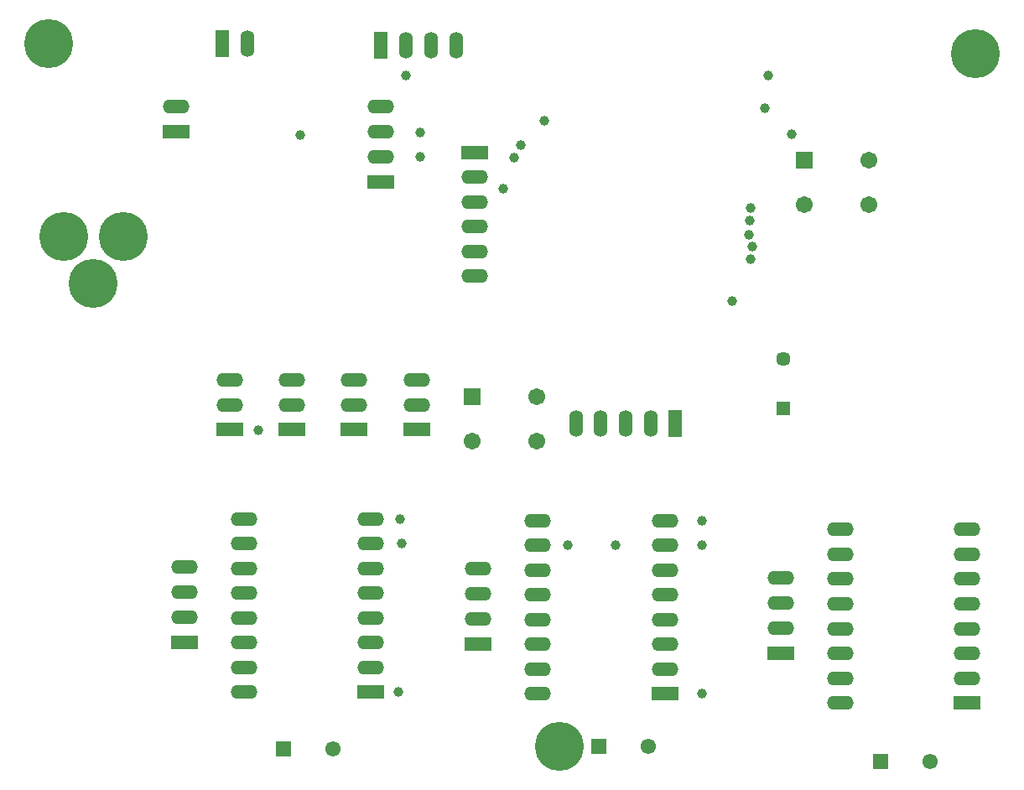
<source format=gts>
G04*
G04 #@! TF.GenerationSoftware,Altium Limited,Altium Designer,20.2.6 (244)*
G04*
G04 Layer_Color=8388736*
%FSLAX25Y25*%
%MOIN*%
G70*
G04*
G04 #@! TF.SameCoordinates,144DF908-3300-4855-B5FD-CD95A974D408*
G04*
G04*
G04 #@! TF.FilePolarity,Negative*
G04*
G01*
G75*
%ADD16R,0.10642X0.05524*%
%ADD17O,0.10642X0.05524*%
%ADD18O,0.05524X0.10642*%
%ADD19R,0.05524X0.10642*%
%ADD20R,0.05709X0.05709*%
%ADD21C,0.05709*%
%ADD22C,0.06706*%
%ADD23R,0.06706X0.06706*%
%ADD24C,0.19473*%
%ADD25R,0.06115X0.06115*%
%ADD26C,0.06115*%
%ADD27C,0.03950*%
D16*
X262460Y40489D02*
D03*
X68209Y263950D02*
D03*
X114318Y145472D02*
D03*
X89567D02*
D03*
X163819D02*
D03*
X139068Y145472D02*
D03*
X187025Y255709D02*
D03*
X149623Y243970D02*
D03*
X382582Y36904D02*
D03*
X188423Y60174D02*
D03*
X308545Y56589D02*
D03*
X145669Y41142D02*
D03*
X71632Y60827D02*
D03*
D17*
X262460Y50331D02*
D03*
Y60174D02*
D03*
Y70016D02*
D03*
Y79859D02*
D03*
Y89701D02*
D03*
Y99544D02*
D03*
Y109386D02*
D03*
X212067Y40489D02*
D03*
Y50331D02*
D03*
Y60174D02*
D03*
Y70016D02*
D03*
Y79859D02*
D03*
Y89701D02*
D03*
Y99544D02*
D03*
Y109386D02*
D03*
X68209Y273793D02*
D03*
X114318Y155315D02*
D03*
Y165157D02*
D03*
X89567Y155315D02*
D03*
Y165157D02*
D03*
X163819Y155315D02*
D03*
Y165157D02*
D03*
X139068Y155315D02*
D03*
Y165157D02*
D03*
X187025Y206496D02*
D03*
Y216339D02*
D03*
Y226181D02*
D03*
Y236024D02*
D03*
Y245866D02*
D03*
X149623Y273970D02*
D03*
Y263970D02*
D03*
Y253970D02*
D03*
X382582Y46746D02*
D03*
Y56589D02*
D03*
Y66431D02*
D03*
Y76274D02*
D03*
Y86116D02*
D03*
Y95959D02*
D03*
Y105801D02*
D03*
X332188Y36904D02*
D03*
Y46746D02*
D03*
Y56589D02*
D03*
Y66431D02*
D03*
Y76274D02*
D03*
Y86116D02*
D03*
Y95959D02*
D03*
Y105801D02*
D03*
X188423Y90174D02*
D03*
Y80174D02*
D03*
Y70174D02*
D03*
X308545Y86589D02*
D03*
Y76588D02*
D03*
Y66588D02*
D03*
X145669Y50984D02*
D03*
Y60827D02*
D03*
Y70669D02*
D03*
Y80512D02*
D03*
Y90354D02*
D03*
Y100197D02*
D03*
Y110039D02*
D03*
X95276Y41142D02*
D03*
Y50984D02*
D03*
Y60827D02*
D03*
Y70669D02*
D03*
Y80512D02*
D03*
Y90354D02*
D03*
Y100197D02*
D03*
Y110039D02*
D03*
X71632Y70827D02*
D03*
Y80827D02*
D03*
Y90827D02*
D03*
D18*
X227264Y147835D02*
D03*
X237106D02*
D03*
X246949D02*
D03*
X256791D02*
D03*
X96457Y299016D02*
D03*
X159466Y298130D02*
D03*
X169466D02*
D03*
X179466D02*
D03*
D19*
X266634Y147835D02*
D03*
X86614Y299016D02*
D03*
X149466Y298130D02*
D03*
D20*
X309564Y154035D02*
D03*
D21*
Y173721D02*
D03*
D22*
X211516Y158563D02*
D03*
Y140847D02*
D03*
X185925D02*
D03*
X343504Y252756D02*
D03*
Y235039D02*
D03*
X317913D02*
D03*
D23*
X185925Y158563D02*
D03*
X317913Y252756D02*
D03*
D24*
X35433Y203740D02*
D03*
X23622Y222244D02*
D03*
X47244D02*
D03*
X385827Y295079D02*
D03*
X17717Y299016D02*
D03*
X220472Y19488D02*
D03*
D25*
X348425Y13583D02*
D03*
X236221Y19488D02*
D03*
X111002Y18504D02*
D03*
D26*
X368110Y13583D02*
D03*
X255906Y19488D02*
D03*
X130687Y18504D02*
D03*
D27*
X214567Y268406D02*
D03*
X243012Y99508D02*
D03*
X224016D02*
D03*
X277165Y109350D02*
D03*
X157283Y110039D02*
D03*
X101083Y145374D02*
D03*
X117627Y262598D02*
D03*
X303484Y286161D02*
D03*
X159466D02*
D03*
X157972Y100197D02*
D03*
X289370Y196752D02*
D03*
X297342Y218406D02*
D03*
X277165Y40453D02*
D03*
Y99508D02*
D03*
X296457Y213425D02*
D03*
X296003Y222774D02*
D03*
X296358Y228543D02*
D03*
X296555Y233465D02*
D03*
X156693Y41142D02*
D03*
X312992Y262795D02*
D03*
X302165Y273425D02*
D03*
X202674Y253740D02*
D03*
X165371Y263583D02*
D03*
X198442Y241240D02*
D03*
X205332Y258760D02*
D03*
X165141Y253970D02*
D03*
M02*

</source>
